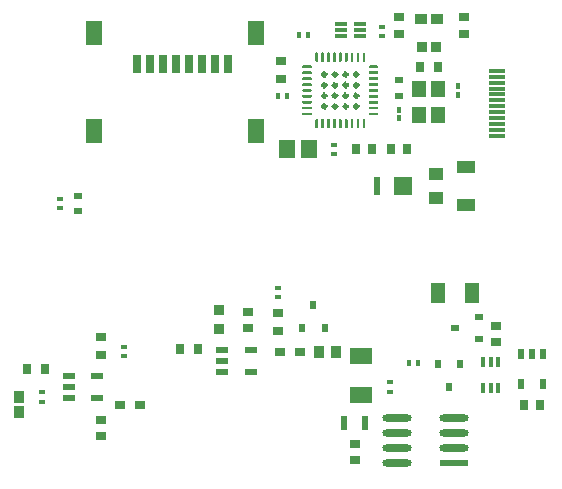
<source format=gbr>
G04*
G04 #@! TF.GenerationSoftware,Altium Limited,Altium Designer,24.9.1 (31)*
G04*
G04 Layer_Color=8421504*
%FSLAX44Y44*%
%MOMM*%
G71*
G04*
G04 #@! TF.SameCoordinates,4108D936-EA1F-4614-87FC-E1DBC89B4A7E*
G04*
G04*
G04 #@! TF.FilePolarity,Positive*
G04*
G01*
G75*
%ADD14C,0.3000*%
%ADD15R,0.3500X0.8500*%
%ADD16R,0.3500X0.8500*%
%ADD17R,1.4000X0.3000*%
%ADD18R,1.4500X2.0000*%
%ADD19R,0.8000X1.5000*%
%ADD20R,0.5590X0.7240*%
%ADD21R,1.9000X1.4500*%
%ADD22R,1.1500X1.8000*%
%ADD23R,0.9000X1.0500*%
%ADD24R,0.8121X0.6587*%
%ADD25R,0.4000X0.5000*%
%ADD26R,0.8000X0.9000*%
%ADD27R,0.9000X0.8000*%
%ADD28R,0.6587X0.8121*%
%ADD29R,0.5000X0.4000*%
%ADD30R,0.9582X1.1061*%
%ADD31R,0.9000X0.8000*%
G04:AMPARAMS|DCode=32|XSize=2.4692mm|YSize=0.6221mm|CornerRadius=0.3111mm|HoleSize=0mm|Usage=FLASHONLY|Rotation=180.000|XOffset=0mm|YOffset=0mm|HoleType=Round|Shape=RoundedRectangle|*
%AMROUNDEDRECTD32*
21,1,2.4692,0.0000,0,0,180.0*
21,1,1.8470,0.6221,0,0,180.0*
1,1,0.6221,-0.9235,0.0000*
1,1,0.6221,0.9235,0.0000*
1,1,0.6221,0.9235,0.0000*
1,1,0.6221,-0.9235,0.0000*
%
%ADD32ROUNDEDRECTD32*%
%ADD33R,2.4692X0.6221*%
%ADD34R,1.6000X1.0000*%
%ADD35R,0.6000X1.2500*%
%ADD36R,0.8000X0.6000*%
G04:AMPARAMS|DCode=37|XSize=0.55mm|YSize=0.8mm|CornerRadius=0.0495mm|HoleSize=0mm|Usage=FLASHONLY|Rotation=0.000|XOffset=0mm|YOffset=0mm|HoleType=Round|Shape=RoundedRectangle|*
%AMROUNDEDRECTD37*
21,1,0.5500,0.7010,0,0,0.0*
21,1,0.4510,0.8000,0,0,0.0*
1,1,0.0990,0.2255,-0.3505*
1,1,0.0990,-0.2255,-0.3505*
1,1,0.0990,-0.2255,0.3505*
1,1,0.0990,0.2255,0.3505*
%
%ADD37ROUNDEDRECTD37*%
%ADD38R,1.0000X0.6000*%
%ADD39R,0.9500X0.9000*%
%ADD40R,1.1061X0.9582*%
%ADD41R,0.9900X0.3000*%
%ADD42R,1.4546X1.5562*%
%ADD43R,1.3000X1.1000*%
%ADD44R,0.4627X0.5541*%
%ADD45R,1.1500X1.4000*%
%ADD46R,0.8061X0.8582*%
%ADD47R,0.5000X1.5240*%
%ADD48R,1.5240X1.5240*%
%ADD49R,0.7240X0.5590*%
G36*
X64651Y43025D02*
X64975Y42701D01*
X65150Y42279D01*
Y42050D01*
X65150D01*
X65150Y36150D01*
Y35921D01*
X64975Y35499D01*
X64651Y35175D01*
X64229Y35000D01*
X63771D01*
X63349Y35175D01*
X63025Y35499D01*
X62850Y35921D01*
Y36150D01*
Y42050D01*
Y42279D01*
X63025Y42701D01*
X63349Y43025D01*
X63771Y43200D01*
X64229D01*
X64651Y43025D01*
D02*
G37*
G36*
X59651D02*
X59975Y42701D01*
X60150Y42279D01*
Y42050D01*
Y36150D01*
Y35921D01*
X59975Y35499D01*
X59651Y35175D01*
X59229Y35000D01*
X58771D01*
X58349Y35175D01*
X58025Y35499D01*
X57850Y35921D01*
Y36150D01*
X57850D01*
X57850Y42050D01*
Y42279D01*
X58025Y42701D01*
X58349Y43025D01*
X58771Y43200D01*
X59229D01*
X59651Y43025D01*
D02*
G37*
G36*
X54651D02*
X54975Y42701D01*
X55150Y42279D01*
Y42050D01*
X55150D01*
X55150Y36150D01*
Y35921D01*
X54975Y35499D01*
X54651Y35175D01*
X54229Y35000D01*
X53771D01*
X53349Y35175D01*
X53025Y35499D01*
X52850Y35921D01*
Y36150D01*
Y42050D01*
Y42279D01*
X53025Y42701D01*
X53349Y43025D01*
X53771Y43200D01*
X54229D01*
X54651Y43025D01*
D02*
G37*
G36*
X49651D02*
X49975Y42701D01*
X50150Y42279D01*
Y42050D01*
Y36150D01*
Y35921D01*
X49975Y35499D01*
X49651Y35175D01*
X49229Y35000D01*
X48771D01*
X48349Y35175D01*
X48025Y35499D01*
X47850Y35921D01*
Y36150D01*
X47850D01*
X47850Y42050D01*
Y42279D01*
X48025Y42701D01*
X48349Y43025D01*
X48771Y43200D01*
X49229D01*
X49651Y43025D01*
D02*
G37*
G36*
X44651D02*
X44975Y42701D01*
X45150Y42279D01*
Y42050D01*
Y36150D01*
Y35921D01*
X44975Y35499D01*
X44651Y35175D01*
X44229Y35000D01*
X43771D01*
X43349Y35175D01*
X43025Y35499D01*
X42850Y35921D01*
Y36150D01*
Y42050D01*
Y42279D01*
X43025Y42701D01*
X43349Y43025D01*
X43771Y43200D01*
X44229D01*
X44651Y43025D01*
D02*
G37*
G36*
X39651D02*
X39975Y42701D01*
X40150Y42279D01*
Y42050D01*
X40150D01*
X40150Y36150D01*
Y35921D01*
X39975Y35499D01*
X39651Y35175D01*
X39229Y35000D01*
X38771D01*
X38349Y35175D01*
X38025Y35499D01*
X37850Y35921D01*
Y36150D01*
Y42050D01*
Y42279D01*
X38025Y42701D01*
X38349Y43025D01*
X38771Y43200D01*
X39229D01*
X39651Y43025D01*
D02*
G37*
G36*
X34651D02*
X34975Y42701D01*
X35150Y42279D01*
Y42050D01*
Y36150D01*
Y35921D01*
X34975Y35499D01*
X34651Y35175D01*
X34229Y35000D01*
X33771D01*
X33349Y35175D01*
X33025Y35499D01*
X32850Y35921D01*
Y36150D01*
X32850D01*
X32850Y42050D01*
Y42279D01*
X33025Y42701D01*
X33349Y43025D01*
X33771Y43200D01*
X34229D01*
X34651Y43025D01*
D02*
G37*
G36*
X29651D02*
X29975Y42701D01*
X30150Y42279D01*
Y42050D01*
X30150D01*
X30150Y36150D01*
Y35921D01*
X29975Y35499D01*
X29651Y35175D01*
X29229Y35000D01*
X28771D01*
X28349Y35175D01*
X28025Y35499D01*
X27850Y35921D01*
Y36150D01*
Y42050D01*
Y42279D01*
X28025Y42701D01*
X28349Y43025D01*
X28771Y43200D01*
X29229D01*
X29651Y43025D01*
D02*
G37*
G36*
X24651D02*
X24975Y42701D01*
X25150Y42279D01*
Y42050D01*
Y36150D01*
Y35921D01*
X24975Y35499D01*
X24651Y35175D01*
X24229Y35000D01*
X23771D01*
X23349Y35175D01*
X23025Y35499D01*
X22850Y35921D01*
Y36150D01*
X22850D01*
X22850Y42050D01*
Y42279D01*
X23025Y42701D01*
X23349Y43025D01*
X23771Y43200D01*
X24229D01*
X24651Y43025D01*
D02*
G37*
G36*
X75701Y31975D02*
X76025Y31651D01*
X76200Y31229D01*
Y31000D01*
Y30771D01*
X76025Y30349D01*
X75701Y30025D01*
X75279Y29850D01*
X68921D01*
X68499Y30025D01*
X68175Y30349D01*
X68000Y30771D01*
Y31000D01*
Y31229D01*
X68175Y31651D01*
X68499Y31975D01*
X68921Y32150D01*
X69150D01*
Y32150D01*
X75050Y32150D01*
X75279D01*
X75701Y31975D01*
D02*
G37*
G36*
X19501D02*
X19825Y31651D01*
X20000Y31229D01*
Y31000D01*
Y30771D01*
X19825Y30349D01*
X19501Y30025D01*
X19079Y29850D01*
X12721D01*
X12299Y30025D01*
X11975Y30349D01*
X11800Y30771D01*
Y31000D01*
Y31229D01*
X11975Y31651D01*
X12299Y31975D01*
X12721Y32150D01*
X12950D01*
Y32150D01*
X18850Y32150D01*
X19079D01*
X19501Y31975D01*
D02*
G37*
G36*
X75701Y26975D02*
X76025Y26651D01*
X76200Y26229D01*
Y26000D01*
Y25771D01*
X76025Y25349D01*
X75701Y25025D01*
X75279Y24850D01*
X75050D01*
Y24850D01*
X69150Y24850D01*
X68921D01*
X68499Y25025D01*
X68175Y25349D01*
X68000Y25771D01*
Y26000D01*
Y26229D01*
X68175Y26651D01*
X68499Y26975D01*
X68921Y27150D01*
X75279D01*
X75701Y26975D01*
D02*
G37*
G36*
X19501D02*
X19825Y26651D01*
X20000Y26229D01*
Y26000D01*
Y25771D01*
X19825Y25349D01*
X19501Y25025D01*
X19079Y24850D01*
X18850D01*
Y24850D01*
X12950Y24850D01*
X12721D01*
X12299Y25025D01*
X11975Y25349D01*
X11800Y25771D01*
Y26000D01*
Y26229D01*
X11975Y26651D01*
X12299Y26975D01*
X12721Y27150D01*
X19079D01*
X19501Y26975D01*
D02*
G37*
G36*
X75701Y21975D02*
X76025Y21651D01*
X76200Y21229D01*
Y21000D01*
Y20771D01*
X76025Y20349D01*
X75701Y20025D01*
X75279Y19850D01*
X68921D01*
X68499Y20025D01*
X68175Y20349D01*
X68000Y20771D01*
Y21000D01*
Y21229D01*
X68175Y21651D01*
X68499Y21975D01*
X68921Y22150D01*
X69150D01*
Y22150D01*
X75050Y22150D01*
X75279D01*
X75701Y21975D01*
D02*
G37*
G36*
X19501D02*
X19825Y21651D01*
X20000Y21229D01*
Y21000D01*
Y20771D01*
X19825Y20349D01*
X19501Y20025D01*
X19079Y19850D01*
X12721D01*
X12299Y20025D01*
X11975Y20349D01*
X11800Y20771D01*
Y21000D01*
Y21229D01*
X11975Y21651D01*
X12299Y21975D01*
X12721Y22150D01*
X12950D01*
Y22150D01*
X18850Y22150D01*
X19079D01*
X19501Y21975D01*
D02*
G37*
G36*
X75701Y16975D02*
X76025Y16651D01*
X76200Y16229D01*
Y16000D01*
Y15771D01*
X76025Y15349D01*
X75701Y15025D01*
X75279Y14850D01*
X75050D01*
Y14850D01*
X69150Y14850D01*
X68921D01*
X68499Y15025D01*
X68175Y15349D01*
X68000Y15771D01*
Y16000D01*
Y16229D01*
X68175Y16651D01*
X68499Y16975D01*
X68921Y17150D01*
X75279D01*
X75701Y16975D01*
D02*
G37*
G36*
X19501D02*
X19825Y16651D01*
X20000Y16229D01*
Y16000D01*
Y15771D01*
X19825Y15349D01*
X19501Y15025D01*
X19079Y14850D01*
X18850D01*
Y14850D01*
X12950Y14850D01*
X12721D01*
X12299Y15025D01*
X11975Y15349D01*
X11800Y15771D01*
Y16000D01*
Y16229D01*
X11975Y16651D01*
X12299Y16975D01*
X12721Y17150D01*
X19079D01*
X19501Y16975D01*
D02*
G37*
G36*
X75701Y11975D02*
X76025Y11651D01*
X76200Y11229D01*
Y11000D01*
Y10771D01*
X76025Y10349D01*
X75701Y10025D01*
X75279Y9850D01*
X68921D01*
X68499Y10025D01*
X68175Y10349D01*
X68000Y10771D01*
Y11000D01*
Y11229D01*
X68175Y11651D01*
X68499Y11975D01*
X68921Y12150D01*
X75279D01*
X75701Y11975D01*
D02*
G37*
G36*
X19501D02*
X19825Y11651D01*
X20000Y11229D01*
Y11000D01*
Y10771D01*
X19825Y10349D01*
X19501Y10025D01*
X19079Y9850D01*
X12721D01*
X12299Y10025D01*
X11975Y10349D01*
X11800Y10771D01*
Y11000D01*
Y11229D01*
X11975Y11651D01*
X12299Y11975D01*
X12721Y12150D01*
X19079D01*
X19501Y11975D01*
D02*
G37*
G36*
X75701Y6975D02*
X76025Y6651D01*
X76200Y6229D01*
Y6000D01*
Y5771D01*
X76025Y5349D01*
X75701Y5025D01*
X75279Y4850D01*
X68921D01*
X68499Y5025D01*
X68175Y5349D01*
X68000Y5771D01*
Y6000D01*
Y6229D01*
X68175Y6651D01*
X68499Y6975D01*
X68921Y7150D01*
X69150D01*
Y7150D01*
X75050Y7150D01*
X75279D01*
X75701Y6975D01*
D02*
G37*
G36*
X19501D02*
X19825Y6651D01*
X20000Y6229D01*
Y6000D01*
Y5771D01*
X19825Y5349D01*
X19501Y5025D01*
X19079Y4850D01*
X12721D01*
X12299Y5025D01*
X11975Y5349D01*
X11800Y5771D01*
Y6000D01*
Y6229D01*
X11975Y6651D01*
X12299Y6975D01*
X12721Y7150D01*
X12950D01*
Y7150D01*
X18850Y7150D01*
X19079D01*
X19501Y6975D01*
D02*
G37*
G36*
X75701Y1975D02*
X76025Y1651D01*
X76200Y1229D01*
Y1000D01*
Y771D01*
X76025Y349D01*
X75701Y25D01*
X75279Y-150D01*
X75050D01*
Y-150D01*
X69150Y-150D01*
X68921D01*
X68499Y25D01*
X68175Y349D01*
X68000Y771D01*
Y1000D01*
Y1229D01*
X68175Y1651D01*
X68499Y1975D01*
X68921Y2150D01*
X75279D01*
X75701Y1975D01*
D02*
G37*
G36*
X19501D02*
X19825Y1651D01*
X20000Y1229D01*
Y1000D01*
Y771D01*
X19825Y349D01*
X19501Y25D01*
X19079Y-150D01*
X18850D01*
Y-150D01*
X12950Y-150D01*
X12721D01*
X12299Y25D01*
X11975Y349D01*
X11800Y771D01*
Y1000D01*
Y1229D01*
X11975Y1651D01*
X12299Y1975D01*
X12721Y2150D01*
X19079D01*
X19501Y1975D01*
D02*
G37*
G36*
X75701Y-3025D02*
X76025Y-3349D01*
X76200Y-3771D01*
Y-4000D01*
Y-4229D01*
X76025Y-4651D01*
X75701Y-4975D01*
X75279Y-5150D01*
X68921D01*
X68499Y-4975D01*
X68175Y-4651D01*
X68000Y-4229D01*
Y-4000D01*
Y-3771D01*
X68175Y-3349D01*
X68499Y-3025D01*
X68921Y-2850D01*
X69150D01*
Y-2850D01*
X75050Y-2850D01*
X75279D01*
X75701Y-3025D01*
D02*
G37*
G36*
X19501D02*
X19825Y-3349D01*
X20000Y-3771D01*
Y-4000D01*
Y-4229D01*
X19825Y-4651D01*
X19501Y-4975D01*
X19079Y-5150D01*
X12721D01*
X12299Y-4975D01*
X11975Y-4651D01*
X11800Y-4229D01*
Y-4000D01*
Y-3771D01*
X11975Y-3349D01*
X12299Y-3025D01*
X12721Y-2850D01*
X12950D01*
Y-2850D01*
X18850Y-2850D01*
X19079D01*
X19501Y-3025D01*
D02*
G37*
G36*
X75701Y-8025D02*
X76025Y-8349D01*
X76200Y-8771D01*
Y-9000D01*
Y-9229D01*
X76025Y-9651D01*
X75701Y-9975D01*
X75279Y-10150D01*
X75050D01*
Y-10150D01*
X69150Y-10150D01*
X68921D01*
X68499Y-9975D01*
X68175Y-9651D01*
X68000Y-9229D01*
Y-9000D01*
Y-8771D01*
X68175Y-8349D01*
X68499Y-8025D01*
X68921Y-7850D01*
X75279D01*
X75701Y-8025D01*
D02*
G37*
G36*
X19501D02*
X19825Y-8349D01*
X20000Y-8771D01*
Y-9000D01*
Y-9229D01*
X19825Y-9651D01*
X19501Y-9975D01*
X19079Y-10150D01*
X18850D01*
Y-10150D01*
X12950Y-10150D01*
X12721D01*
X12299Y-9975D01*
X11975Y-9651D01*
X11800Y-9229D01*
Y-9000D01*
Y-8771D01*
X11975Y-8349D01*
X12299Y-8025D01*
X12721Y-7850D01*
X19079D01*
X19501Y-8025D01*
D02*
G37*
G36*
X64651Y-13175D02*
X64975Y-13499D01*
X65150Y-13921D01*
Y-14150D01*
X65150D01*
X65150Y-20050D01*
Y-20279D01*
X64975Y-20701D01*
X64651Y-21025D01*
X64229Y-21200D01*
X63771D01*
X63349Y-21025D01*
X63025Y-20701D01*
X62850Y-20279D01*
Y-20050D01*
Y-14150D01*
Y-13921D01*
X63025Y-13499D01*
X63349Y-13175D01*
X63771Y-13000D01*
X64229D01*
X64651Y-13175D01*
D02*
G37*
G36*
X59651D02*
X59975Y-13499D01*
X60150Y-13921D01*
Y-14150D01*
Y-20050D01*
Y-20279D01*
X59975Y-20701D01*
X59651Y-21025D01*
X59229Y-21200D01*
X58771D01*
X58349Y-21025D01*
X58025Y-20701D01*
X57850Y-20279D01*
Y-20050D01*
X57850D01*
X57850Y-14150D01*
Y-13921D01*
X58025Y-13499D01*
X58349Y-13175D01*
X58771Y-13000D01*
X59229D01*
X59651Y-13175D01*
D02*
G37*
G36*
X54651D02*
X54975Y-13499D01*
X55150Y-13921D01*
Y-14150D01*
X55150D01*
X55150Y-20050D01*
Y-20279D01*
X54975Y-20701D01*
X54651Y-21025D01*
X54229Y-21200D01*
X53771D01*
X53349Y-21025D01*
X53025Y-20701D01*
X52850Y-20279D01*
Y-20050D01*
Y-14150D01*
Y-13921D01*
X53025Y-13499D01*
X53349Y-13175D01*
X53771Y-13000D01*
X54229D01*
X54651Y-13175D01*
D02*
G37*
G36*
X49651D02*
X49975Y-13499D01*
X50150Y-13921D01*
Y-14150D01*
Y-20050D01*
Y-20279D01*
X49975Y-20701D01*
X49651Y-21025D01*
X49229Y-21200D01*
X48771D01*
X48349Y-21025D01*
X48025Y-20701D01*
X47850Y-20279D01*
Y-20050D01*
X47850D01*
X47850Y-14150D01*
Y-13921D01*
X48025Y-13499D01*
X48349Y-13175D01*
X48771Y-13000D01*
X49229D01*
X49651Y-13175D01*
D02*
G37*
G36*
X44651D02*
X44975Y-13499D01*
X45150Y-13921D01*
Y-14150D01*
Y-20050D01*
Y-20279D01*
X44975Y-20701D01*
X44651Y-21025D01*
X44229Y-21200D01*
X43771D01*
X43349Y-21025D01*
X43025Y-20701D01*
X42850Y-20279D01*
Y-20050D01*
Y-14150D01*
Y-13921D01*
X43025Y-13499D01*
X43349Y-13175D01*
X43771Y-13000D01*
X44229D01*
X44651Y-13175D01*
D02*
G37*
G36*
X39651D02*
X39975Y-13499D01*
X40150Y-13921D01*
Y-14150D01*
X40150D01*
X40150Y-20050D01*
Y-20279D01*
X39975Y-20701D01*
X39651Y-21025D01*
X39229Y-21200D01*
X38771D01*
X38349Y-21025D01*
X38025Y-20701D01*
X37850Y-20279D01*
Y-20050D01*
Y-14150D01*
Y-13921D01*
X38025Y-13499D01*
X38349Y-13175D01*
X38771Y-13000D01*
X39229D01*
X39651Y-13175D01*
D02*
G37*
G36*
X34651D02*
X34975Y-13499D01*
X35150Y-13921D01*
Y-14150D01*
Y-20050D01*
Y-20279D01*
X34975Y-20701D01*
X34651Y-21025D01*
X34229Y-21200D01*
X33771D01*
X33349Y-21025D01*
X33025Y-20701D01*
X32850Y-20279D01*
Y-20050D01*
X32850D01*
X32850Y-14150D01*
Y-13921D01*
X33025Y-13499D01*
X33349Y-13175D01*
X33771Y-13000D01*
X34229D01*
X34651Y-13175D01*
D02*
G37*
G36*
X29651D02*
X29975Y-13499D01*
X30150Y-13921D01*
Y-14150D01*
X30150D01*
X30150Y-20050D01*
Y-20279D01*
X29975Y-20701D01*
X29651Y-21025D01*
X29229Y-21200D01*
X28771D01*
X28349Y-21025D01*
X28025Y-20701D01*
X27850Y-20279D01*
Y-20050D01*
Y-14150D01*
Y-13921D01*
X28025Y-13499D01*
X28349Y-13175D01*
X28771Y-13000D01*
X29229D01*
X29651Y-13175D01*
D02*
G37*
G36*
X24651D02*
X24975Y-13499D01*
X25150Y-13921D01*
Y-14150D01*
Y-20050D01*
Y-20279D01*
X24975Y-20701D01*
X24651Y-21025D01*
X24229Y-21200D01*
X23771D01*
X23349Y-21025D01*
X23025Y-20701D01*
X22850Y-20279D01*
Y-20050D01*
X22850D01*
X22850Y-14150D01*
Y-13921D01*
X23025Y-13499D01*
X23349Y-13175D01*
X23771Y-13000D01*
X24229D01*
X24651Y-13175D01*
D02*
G37*
D14*
X32000Y-2500D02*
G03*
X32000Y-2500I-1500J0D01*
G01*
Y6500D02*
G03*
X32000Y6500I-1500J0D01*
G01*
Y15500D02*
G03*
X32000Y15500I-1500J0D01*
G01*
Y24500D02*
G03*
X32000Y24500I-1500J0D01*
G01*
X41000Y-2500D02*
G03*
X41000Y-2500I-1500J0D01*
G01*
Y6500D02*
G03*
X41000Y6500I-1500J0D01*
G01*
Y15500D02*
G03*
X41000Y15500I-1500J0D01*
G01*
Y24500D02*
G03*
X41000Y24500I-1500J0D01*
G01*
X50000Y-2500D02*
G03*
X50000Y-2500I-1500J0D01*
G01*
Y6500D02*
G03*
X50000Y6500I-1500J0D01*
G01*
Y15500D02*
G03*
X50000Y15500I-1500J0D01*
G01*
Y24500D02*
G03*
X50000Y24500I-1500J0D01*
G01*
X59000Y-2500D02*
G03*
X59000Y-2500I-1500J0D01*
G01*
Y6500D02*
G03*
X59000Y6500I-1500J0D01*
G01*
Y15500D02*
G03*
X59000Y15500I-1500J0D01*
G01*
Y24500D02*
G03*
X59000Y24500I-1500J0D01*
G01*
D15*
X177690Y-241280D02*
D03*
X164690Y-241280D02*
D03*
Y-219280D02*
D03*
X177690Y-219280D02*
D03*
D16*
X171191Y-241281D02*
D03*
Y-219281D02*
D03*
D17*
X176700Y27500D02*
D03*
Y22500D02*
D03*
Y17500D02*
D03*
Y12500D02*
D03*
Y7500D02*
D03*
Y2500D02*
D03*
Y-2500D02*
D03*
Y-7500D02*
D03*
Y-12500D02*
D03*
Y-17500D02*
D03*
Y-22500D02*
D03*
Y-27500D02*
D03*
D18*
X-27250Y-23500D02*
D03*
X-164750D02*
D03*
X-27250Y59500D02*
D03*
X-164750D02*
D03*
D19*
X-128050Y33500D02*
D03*
X-117050D02*
D03*
X-106050D02*
D03*
X-95050D02*
D03*
X-84050D02*
D03*
X-73050D02*
D03*
X-62050D02*
D03*
X-51050D02*
D03*
D20*
X21190Y-170435D02*
D03*
X30690Y-190125D02*
D03*
X11690D02*
D03*
X136190Y-240125D02*
D03*
X126690Y-220435D02*
D03*
X145690D02*
D03*
D21*
X61190Y-213530D02*
D03*
Y-247030D02*
D03*
D22*
X126690Y-160280D02*
D03*
X155690D02*
D03*
D23*
X25940Y-210280D02*
D03*
X40440D02*
D03*
D24*
X-33810Y-190047D02*
D03*
Y-176513D02*
D03*
X176190Y-188513D02*
D03*
Y-202047D02*
D03*
X-158810Y-268513D02*
D03*
Y-282047D02*
D03*
X56190Y-288513D02*
D03*
Y-302047D02*
D03*
D25*
X102190Y-220280D02*
D03*
X110190D02*
D03*
X-9000Y6000D02*
D03*
X-1000D02*
D03*
X9000Y58000D02*
D03*
X17000D02*
D03*
D26*
X-91310Y-208280D02*
D03*
X-76310D02*
D03*
X-221310Y-225280D02*
D03*
X-206310D02*
D03*
X111500Y31000D02*
D03*
X126500D02*
D03*
D27*
X-8810Y-192780D02*
D03*
Y-177780D02*
D03*
X-158810Y-197780D02*
D03*
Y-212780D02*
D03*
X149000Y58500D02*
D03*
Y73500D02*
D03*
X-6000Y21000D02*
D03*
Y36000D02*
D03*
X94000Y73500D02*
D03*
Y58500D02*
D03*
D28*
X212957Y-255280D02*
D03*
X199423D02*
D03*
X70767Y-39000D02*
D03*
X57233D02*
D03*
X100767D02*
D03*
X87233D02*
D03*
D29*
X86190Y-236280D02*
D03*
Y-244280D02*
D03*
X-8810Y-156280D02*
D03*
Y-164280D02*
D03*
X-208810Y-252519D02*
D03*
Y-244519D02*
D03*
X-138810Y-206280D02*
D03*
Y-214280D02*
D03*
X-193000Y-89000D02*
D03*
Y-81000D02*
D03*
X79000Y65000D02*
D03*
Y57000D02*
D03*
X39000Y-43000D02*
D03*
Y-35000D02*
D03*
D30*
X-228000Y-261761D02*
D03*
Y-248239D02*
D03*
D31*
X-142310Y-255280D02*
D03*
X-125310D02*
D03*
X9690Y-210280D02*
D03*
X-7310D02*
D03*
D32*
X92054Y-304330D02*
D03*
Y-291630D02*
D03*
Y-278930D02*
D03*
Y-266230D02*
D03*
X140326D02*
D03*
Y-278930D02*
D03*
Y-291630D02*
D03*
D33*
Y-304330D02*
D03*
D34*
X150000Y-86000D02*
D03*
Y-54000D02*
D03*
D35*
X47190Y-270280D02*
D03*
X65190D02*
D03*
D36*
X-178000Y-91500D02*
D03*
Y-78500D02*
D03*
X94000Y6500D02*
D03*
Y19500D02*
D03*
D37*
X215690Y-212530D02*
D03*
X206190D02*
D03*
X196690D02*
D03*
Y-238030D02*
D03*
X215690D02*
D03*
D38*
X-161810Y-230780D02*
D03*
Y-249780D02*
D03*
X-185810D02*
D03*
Y-240280D02*
D03*
Y-230780D02*
D03*
X-31810Y-208780D02*
D03*
Y-227780D02*
D03*
X-55810D02*
D03*
Y-218280D02*
D03*
Y-208780D02*
D03*
D39*
X-58810Y-175280D02*
D03*
Y-191280D02*
D03*
D40*
X112239Y71000D02*
D03*
X125761D02*
D03*
D41*
X44950Y57000D02*
D03*
Y62000D02*
D03*
Y67000D02*
D03*
X61050D02*
D03*
Y62000D02*
D03*
Y57000D02*
D03*
D42*
X-1000Y-39000D02*
D03*
X17516D02*
D03*
D43*
X125000Y-80500D02*
D03*
Y-59500D02*
D03*
D44*
X94000Y-12543D02*
D03*
Y-5457D02*
D03*
X144000Y14543D02*
D03*
Y7457D02*
D03*
D45*
X111000Y12000D02*
D03*
Y-10000D02*
D03*
X127000D02*
D03*
Y12000D02*
D03*
D46*
X112989Y48000D02*
D03*
X125011D02*
D03*
D47*
X75000Y-70000D02*
D03*
D48*
X97500D02*
D03*
D49*
X141345Y-190280D02*
D03*
X161035Y-180780D02*
D03*
Y-199780D02*
D03*
M02*

</source>
